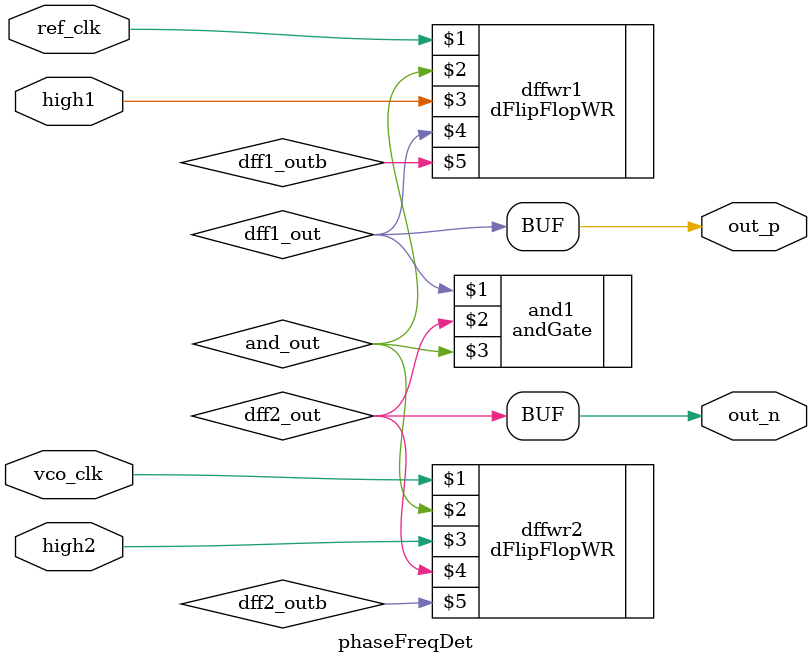
<source format=v>
`include "../buildingBlocks/d_flipflopwr.v"
`include "../buildingBlocks/and_gate.v"

module phaseFreqDet(ref_clk, vco_clk, high1, high2, out_p, out_n);
    input ref_clk;
    input vco_clk;
    input high1; 
    input high2;
    output out_p;
    output out_n; 

    wire and_out; 
    wire dff1_out, dff1_outb;
    wire dff2_out, dff2_outb; 

    // dFlipFlopWR (clock, reset, D, Q, Qb)
    dFlipFlopWR dffwr1(ref_clk, and_out, high1, dff1_out, dff1_outb);
    dFlipFlopWR dffwr2(vco_clk, and_out, high2, dff2_out, dff2_outb);
    andGate and1(dff1_out, dff2_out, and_out); 

    // Assigning outputs
    assign out_p = dff1_out;
    assign out_n = dff2_out;

endmodule
</source>
